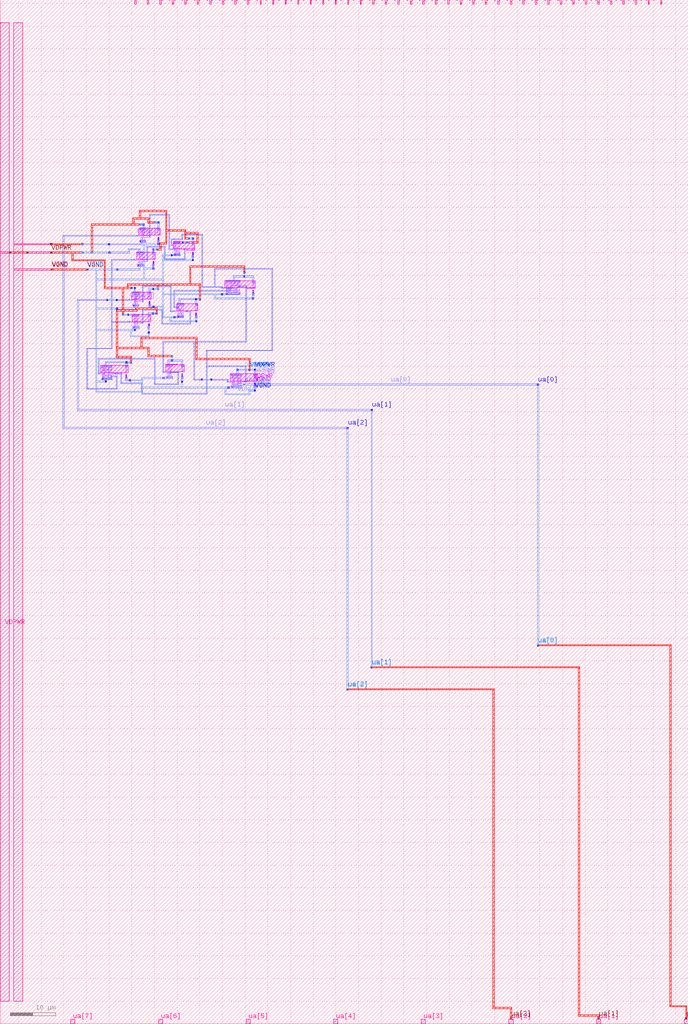
<source format=lef>
VERSION 5.7 ;
  NOWIREEXTENSIONATPIN ON ;
  DIVIDERCHAR "/" ;
  BUSBITCHARS "[]" ;
MACRO tt_um_test_3
  CLASS BLOCK ;
  FOREIGN tt_um_test_3 ;
  ORIGIN -1.000 0.000 ;
  SIZE 151.710 BY 225.760 ;
  PIN clk
    DIRECTION INPUT ;
    PORT
      LAYER met4 ;
        RECT 143.830 224.760 144.130 225.760 ;
    END
  END clk
  PIN ena
    DIRECTION INPUT ;
    PORT
      LAYER met4 ;
        RECT 146.590 224.760 146.890 225.760 ;
    END
  END ena
  PIN rst_n
    DIRECTION INPUT ;
    PORT
      LAYER met4 ;
        RECT 141.070 224.760 141.370 225.760 ;
    END
  END rst_n
  PIN ua[0]
    DIRECTION INOUT ;
    ANTENNADIFFAREA 0.445500 ;
    PORT
      LAYER li1 ;
        RECT 53.520 142.525 54.115 142.865 ;
        RECT 53.520 141.205 53.695 142.525 ;
        RECT 53.520 141.100 54.115 141.205 ;
        RECT 53.520 140.800 54.900 141.100 ;
        RECT 53.520 140.655 54.115 140.800 ;
      LAYER mcon ;
        RECT 54.630 140.830 54.870 141.070 ;
      LAYER met1 ;
        RECT 54.570 140.800 119.730 141.100 ;
      LAYER via ;
        RECT 119.400 140.800 119.700 141.100 ;
      LAYER met2 ;
        RECT 119.400 83.300 119.700 141.130 ;
        RECT 119.410 83.265 119.690 83.300 ;
      LAYER via2 ;
        RECT 119.410 83.310 119.690 83.590 ;
      LAYER met3 ;
        RECT 119.385 83.600 119.715 83.615 ;
        RECT 119.385 83.300 148.900 83.600 ;
        RECT 119.385 83.285 119.715 83.300 ;
        RECT 148.600 4.000 148.900 83.300 ;
        RECT 148.600 3.700 152.400 4.000 ;
        RECT 152.100 1.340 152.400 3.700 ;
        RECT 152.090 0.960 152.410 1.340 ;
      LAYER via3 ;
        RECT 152.090 0.990 152.410 1.310 ;
      LAYER met4 ;
        RECT 152.085 1.000 152.415 1.315 ;
        RECT 151.810 0.000 152.710 1.000 ;
    END
  END ua[0]
  PIN ua[1]
    DIRECTION INOUT ;
    ANTENNAGATEAREA 0.247500 ;
    PORT
      LAYER li1 ;
        RECT 30.520 159.700 30.850 159.715 ;
        RECT 29.350 159.500 30.850 159.700 ;
        RECT 30.520 159.475 30.850 159.500 ;
      LAYER mcon ;
        RECT 29.365 159.515 29.535 159.685 ;
      LAYER met1 ;
        RECT 24.470 159.700 24.730 159.760 ;
        RECT 17.950 159.500 24.730 159.700 ;
        RECT 17.950 135.500 18.250 159.500 ;
        RECT 24.470 159.440 24.730 159.500 ;
        RECT 26.570 159.700 26.830 159.760 ;
        RECT 29.305 159.700 29.595 159.715 ;
        RECT 26.570 159.500 29.595 159.700 ;
        RECT 26.570 159.440 26.830 159.500 ;
        RECT 29.305 159.485 29.595 159.500 ;
        RECT 17.950 135.200 83.080 135.500 ;
      LAYER via ;
        RECT 24.470 159.470 24.730 159.730 ;
        RECT 26.570 159.470 26.830 159.730 ;
        RECT 82.750 135.200 83.050 135.500 ;
      LAYER met2 ;
        RECT 24.440 159.700 24.760 159.730 ;
        RECT 26.540 159.700 26.860 159.730 ;
        RECT 24.440 159.500 26.860 159.700 ;
        RECT 24.440 159.470 24.760 159.500 ;
        RECT 26.540 159.470 26.860 159.500 ;
        RECT 82.750 78.450 83.050 135.530 ;
        RECT 82.760 78.415 83.040 78.450 ;
      LAYER via2 ;
        RECT 82.760 78.460 83.040 78.740 ;
      LAYER met3 ;
        RECT 82.735 78.750 83.065 78.765 ;
        RECT 82.735 78.450 128.750 78.750 ;
        RECT 82.735 78.435 83.065 78.450 ;
        RECT 128.450 1.950 128.750 78.450 ;
        RECT 128.450 1.650 133.100 1.950 ;
        RECT 132.800 1.340 133.100 1.650 ;
        RECT 132.790 0.960 133.110 1.340 ;
      LAYER via3 ;
        RECT 132.790 0.990 133.110 1.310 ;
      LAYER met4 ;
        RECT 132.785 1.000 133.115 1.315 ;
        RECT 132.490 0.000 133.390 1.000 ;
    END
  END ua[1]
  PIN ua[2]
    DIRECTION INOUT ;
    ANTENNAGATEAREA 0.247500 ;
    PORT
      LAYER li1 ;
        RECT 32.020 173.850 32.350 173.865 ;
        RECT 31.000 173.650 32.350 173.850 ;
        RECT 32.020 173.625 32.350 173.650 ;
      LAYER mcon ;
        RECT 31.015 173.665 31.185 173.835 ;
      LAYER met1 ;
        RECT 30.955 173.850 31.245 173.865 ;
        RECT 14.750 173.650 31.245 173.850 ;
        RECT 14.750 131.550 15.050 173.650 ;
        RECT 30.955 173.635 31.245 173.650 ;
        RECT 14.750 131.250 77.780 131.550 ;
      LAYER via ;
        RECT 77.450 131.250 77.750 131.550 ;
      LAYER met2 ;
        RECT 77.450 73.600 77.750 131.580 ;
        RECT 77.460 73.565 77.740 73.600 ;
      LAYER via2 ;
        RECT 77.460 73.610 77.740 73.890 ;
      LAYER met3 ;
        RECT 77.435 73.900 77.765 73.915 ;
        RECT 77.435 73.600 109.900 73.900 ;
        RECT 77.435 73.585 77.765 73.600 ;
        RECT 109.600 3.600 109.900 73.600 ;
        RECT 109.600 3.300 113.750 3.600 ;
        RECT 113.450 1.340 113.750 3.300 ;
        RECT 113.440 0.960 113.760 1.340 ;
      LAYER via3 ;
        RECT 113.440 0.990 113.760 1.310 ;
      LAYER met4 ;
        RECT 113.435 1.000 113.765 1.315 ;
        RECT 113.170 0.000 114.070 1.000 ;
    END
  END ua[2]
  PIN ua[3]
    DIRECTION INOUT ;
    PORT
      LAYER met4 ;
        RECT 93.850 0.000 94.750 1.000 ;
    END
  END ua[3]
  PIN ua[4]
    DIRECTION INOUT ;
    PORT
      LAYER met4 ;
        RECT 74.530 0.000 75.430 1.000 ;
    END
  END ua[4]
  PIN ua[5]
    DIRECTION INOUT ;
    PORT
      LAYER met4 ;
        RECT 55.210 0.000 56.110 1.000 ;
    END
  END ua[5]
  PIN ua[6]
    DIRECTION INOUT ;
    PORT
      LAYER met4 ;
        RECT 35.890 0.000 36.790 1.000 ;
    END
  END ua[6]
  PIN ua[7]
    DIRECTION INOUT ;
    PORT
      LAYER met4 ;
        RECT 16.570 0.000 17.470 1.000 ;
    END
  END ua[7]
  PIN ui_in[0]
    DIRECTION INPUT ;
    PORT
      LAYER met4 ;
        RECT 138.310 224.760 138.610 225.760 ;
    END
  END ui_in[0]
  PIN ui_in[1]
    DIRECTION INPUT ;
    PORT
      LAYER met4 ;
        RECT 135.550 224.760 135.850 225.760 ;
    END
  END ui_in[1]
  PIN ui_in[2]
    DIRECTION INPUT ;
    PORT
      LAYER met4 ;
        RECT 132.790 224.760 133.090 225.760 ;
    END
  END ui_in[2]
  PIN ui_in[3]
    DIRECTION INPUT ;
    PORT
      LAYER met4 ;
        RECT 130.030 224.760 130.330 225.760 ;
    END
  END ui_in[3]
  PIN ui_in[4]
    DIRECTION INPUT ;
    PORT
      LAYER met4 ;
        RECT 127.270 224.760 127.570 225.760 ;
    END
  END ui_in[4]
  PIN ui_in[5]
    DIRECTION INPUT ;
    PORT
      LAYER met4 ;
        RECT 124.510 224.760 124.810 225.760 ;
    END
  END ui_in[5]
  PIN ui_in[6]
    DIRECTION INPUT ;
    PORT
      LAYER met4 ;
        RECT 121.750 224.760 122.050 225.760 ;
    END
  END ui_in[6]
  PIN ui_in[7]
    DIRECTION INPUT ;
    PORT
      LAYER met4 ;
        RECT 118.990 224.760 119.290 225.760 ;
    END
  END ui_in[7]
  PIN uio_in[0]
    DIRECTION INPUT ;
    PORT
      LAYER met4 ;
        RECT 116.230 224.760 116.530 225.760 ;
    END
  END uio_in[0]
  PIN uio_in[1]
    DIRECTION INPUT ;
    PORT
      LAYER met4 ;
        RECT 113.470 224.760 113.770 225.760 ;
    END
  END uio_in[1]
  PIN uio_in[2]
    DIRECTION INPUT ;
    PORT
      LAYER met4 ;
        RECT 110.710 224.760 111.010 225.760 ;
    END
  END uio_in[2]
  PIN uio_in[3]
    DIRECTION INPUT ;
    PORT
      LAYER met4 ;
        RECT 107.950 224.760 108.250 225.760 ;
    END
  END uio_in[3]
  PIN uio_in[4]
    DIRECTION INPUT ;
    PORT
      LAYER met4 ;
        RECT 105.190 224.760 105.490 225.760 ;
    END
  END uio_in[4]
  PIN uio_in[5]
    DIRECTION INPUT ;
    PORT
      LAYER met4 ;
        RECT 102.430 224.760 102.730 225.760 ;
    END
  END uio_in[5]
  PIN uio_in[6]
    DIRECTION INPUT ;
    PORT
      LAYER met4 ;
        RECT 99.670 224.760 99.970 225.760 ;
    END
  END uio_in[6]
  PIN uio_in[7]
    DIRECTION INPUT ;
    PORT
      LAYER met4 ;
        RECT 96.910 224.760 97.210 225.760 ;
    END
  END uio_in[7]
  PIN uio_oe[0]
    DIRECTION OUTPUT TRISTATE ;
    PORT
      LAYER met4 ;
        RECT 49.990 224.760 50.290 225.760 ;
    END
  END uio_oe[0]
  PIN uio_oe[1]
    DIRECTION OUTPUT TRISTATE ;
    PORT
      LAYER met4 ;
        RECT 47.230 224.760 47.530 225.760 ;
    END
  END uio_oe[1]
  PIN uio_oe[2]
    DIRECTION OUTPUT TRISTATE ;
    PORT
      LAYER met4 ;
        RECT 44.470 224.760 44.770 225.760 ;
    END
  END uio_oe[2]
  PIN uio_oe[3]
    DIRECTION OUTPUT TRISTATE ;
    PORT
      LAYER met4 ;
        RECT 41.710 224.760 42.010 225.760 ;
    END
  END uio_oe[3]
  PIN uio_oe[4]
    DIRECTION OUTPUT TRISTATE ;
    PORT
      LAYER met4 ;
        RECT 38.950 224.760 39.250 225.760 ;
    END
  END uio_oe[4]
  PIN uio_oe[5]
    DIRECTION OUTPUT TRISTATE ;
    PORT
      LAYER met4 ;
        RECT 36.190 224.760 36.490 225.760 ;
    END
  END uio_oe[5]
  PIN uio_oe[6]
    DIRECTION OUTPUT TRISTATE ;
    PORT
      LAYER met4 ;
        RECT 33.430 224.760 33.730 225.760 ;
    END
  END uio_oe[6]
  PIN uio_oe[7]
    DIRECTION OUTPUT TRISTATE ;
    PORT
      LAYER met4 ;
        RECT 30.670 224.760 30.970 225.760 ;
    END
  END uio_oe[7]
  PIN uio_out[0]
    DIRECTION OUTPUT TRISTATE ;
    PORT
      LAYER met4 ;
        RECT 72.070 224.760 72.370 225.760 ;
    END
  END uio_out[0]
  PIN uio_out[1]
    DIRECTION OUTPUT TRISTATE ;
    PORT
      LAYER met4 ;
        RECT 69.310 224.760 69.610 225.760 ;
    END
  END uio_out[1]
  PIN uio_out[2]
    DIRECTION OUTPUT TRISTATE ;
    PORT
      LAYER met4 ;
        RECT 66.550 224.760 66.850 225.760 ;
    END
  END uio_out[2]
  PIN uio_out[3]
    DIRECTION OUTPUT TRISTATE ;
    PORT
      LAYER met4 ;
        RECT 63.790 224.760 64.090 225.760 ;
    END
  END uio_out[3]
  PIN uio_out[4]
    DIRECTION OUTPUT TRISTATE ;
    PORT
      LAYER met4 ;
        RECT 61.030 224.760 61.330 225.760 ;
    END
  END uio_out[4]
  PIN uio_out[5]
    DIRECTION OUTPUT TRISTATE ;
    PORT
      LAYER met4 ;
        RECT 58.270 224.760 58.570 225.760 ;
    END
  END uio_out[5]
  PIN uio_out[6]
    DIRECTION OUTPUT TRISTATE ;
    PORT
      LAYER met4 ;
        RECT 55.510 224.760 55.810 225.760 ;
    END
  END uio_out[6]
  PIN uio_out[7]
    DIRECTION OUTPUT TRISTATE ;
    PORT
      LAYER met4 ;
        RECT 52.750 224.760 53.050 225.760 ;
    END
  END uio_out[7]
  PIN uo_out[0]
    DIRECTION OUTPUT TRISTATE ;
    PORT
      LAYER met4 ;
        RECT 94.150 224.760 94.450 225.760 ;
    END
  END uo_out[0]
  PIN uo_out[1]
    DIRECTION OUTPUT TRISTATE ;
    PORT
      LAYER met4 ;
        RECT 91.390 224.760 91.690 225.760 ;
    END
  END uo_out[1]
  PIN uo_out[2]
    DIRECTION OUTPUT TRISTATE ;
    PORT
      LAYER met4 ;
        RECT 88.630 224.760 88.930 225.760 ;
    END
  END uo_out[2]
  PIN uo_out[3]
    DIRECTION OUTPUT TRISTATE ;
    PORT
      LAYER met4 ;
        RECT 85.870 224.760 86.170 225.760 ;
    END
  END uo_out[3]
  PIN uo_out[4]
    DIRECTION OUTPUT TRISTATE ;
    PORT
      LAYER met4 ;
        RECT 83.110 224.760 83.410 225.760 ;
    END
  END uo_out[4]
  PIN uo_out[5]
    DIRECTION OUTPUT TRISTATE ;
    PORT
      LAYER met4 ;
        RECT 80.350 224.760 80.650 225.760 ;
    END
  END uo_out[5]
  PIN uo_out[6]
    DIRECTION OUTPUT TRISTATE ;
    PORT
      LAYER met4 ;
        RECT 77.590 224.760 77.890 225.760 ;
    END
  END uo_out[6]
  PIN uo_out[7]
    DIRECTION OUTPUT TRISTATE ;
    PORT
      LAYER met4 ;
        RECT 74.830 224.760 75.130 225.760 ;
    END
  END uo_out[7]
  PIN VDPWR
    DIRECTION INOUT ;
    USE POWER ;
    PORT
      LAYER nwell ;
        RECT 31.510 175.450 34.550 175.460 ;
        RECT 31.510 173.855 36.290 175.450 ;
        RECT 34.530 173.845 36.290 173.855 ;
        RECT 39.110 172.160 42.150 172.460 ;
        RECT 39.110 170.855 43.900 172.160 ;
        RECT 42.130 170.555 43.900 170.855 ;
        RECT 31.060 170.150 33.650 170.160 ;
        RECT 31.060 168.555 35.190 170.150 ;
        RECT 33.630 168.545 35.190 168.555 ;
        RECT 50.500 163.800 55.400 163.850 ;
        RECT 50.500 162.245 57.190 163.800 ;
        RECT 55.330 162.195 57.190 162.245 ;
        RECT 32.630 161.310 34.340 161.350 ;
        RECT 30.010 159.745 34.340 161.310 ;
        RECT 30.010 159.705 32.750 159.745 ;
        RECT 39.860 158.800 42.900 158.810 ;
        RECT 39.860 157.205 44.590 158.800 ;
        RECT 42.880 157.195 44.590 157.205 ;
        RECT 30.050 154.845 34.190 156.450 ;
        RECT 37.450 145.350 40.050 145.400 ;
        RECT 27.530 145.160 29.190 145.200 ;
        RECT 23.160 143.595 29.190 145.160 ;
        RECT 37.450 143.795 41.540 145.350 ;
        RECT 39.880 143.745 41.540 143.795 ;
        RECT 23.160 143.555 27.550 143.595 ;
        RECT 51.710 143.300 55.800 143.310 ;
        RECT 51.710 141.705 57.540 143.300 ;
        RECT 55.780 141.695 57.540 141.705 ;
      LAYER li1 ;
        RECT 31.700 175.185 33.080 175.355 ;
        RECT 32.040 174.045 32.250 175.185 ;
        RECT 35.640 175.175 36.100 175.345 ;
        RECT 35.725 174.010 36.015 175.175 ;
        RECT 39.300 172.185 40.680 172.355 ;
        RECT 40.255 171.045 40.585 172.185 ;
        RECT 43.250 171.885 43.710 172.055 ;
        RECT 43.335 170.720 43.625 171.885 ;
        RECT 31.250 169.885 32.630 170.055 ;
        RECT 31.590 168.745 31.800 169.885 ;
        RECT 34.540 169.875 35.000 170.045 ;
        RECT 34.625 168.710 34.915 169.875 ;
        RECT 50.690 163.575 53.910 163.745 ;
        RECT 51.745 162.725 51.915 163.575 ;
        RECT 52.585 163.065 52.755 163.575 ;
        RECT 56.540 163.525 57.000 163.695 ;
        RECT 56.625 162.360 56.915 163.525 ;
        RECT 30.200 161.035 31.580 161.205 ;
        RECT 33.690 161.075 34.150 161.245 ;
        RECT 30.540 159.895 30.750 161.035 ;
        RECT 33.775 159.910 34.065 161.075 ;
        RECT 40.050 158.535 41.430 158.705 ;
        RECT 41.005 157.395 41.335 158.535 ;
        RECT 43.940 158.525 44.400 158.695 ;
        RECT 44.025 157.360 44.315 158.525 ;
        RECT 30.240 156.175 31.620 156.345 ;
        RECT 33.540 156.175 34.000 156.345 ;
        RECT 30.580 155.035 30.790 156.175 ;
        RECT 33.625 155.010 33.915 156.175 ;
        RECT 37.640 145.125 39.020 145.295 ;
        RECT 23.350 144.885 25.650 145.055 ;
        RECT 28.540 144.925 29.000 145.095 ;
        RECT 23.865 144.485 24.800 144.885 ;
        RECT 28.625 143.760 28.915 144.925 ;
        RECT 37.980 143.985 38.190 145.125 ;
        RECT 40.890 145.075 41.350 145.245 ;
        RECT 40.975 143.910 41.265 145.075 ;
        RECT 51.900 143.035 54.200 143.205 ;
        RECT 52.415 142.635 53.350 143.035 ;
        RECT 56.890 143.025 57.350 143.195 ;
        RECT 56.975 141.860 57.265 143.025 ;
      LAYER mcon ;
        RECT 31.845 175.185 32.015 175.355 ;
        RECT 32.305 175.185 32.475 175.355 ;
        RECT 32.765 175.185 32.935 175.355 ;
        RECT 35.785 175.175 35.955 175.345 ;
        RECT 39.445 172.185 39.615 172.355 ;
        RECT 39.905 172.185 40.075 172.355 ;
        RECT 40.365 172.185 40.535 172.355 ;
        RECT 43.395 171.885 43.565 172.055 ;
        RECT 31.395 169.885 31.565 170.055 ;
        RECT 31.855 169.885 32.025 170.055 ;
        RECT 32.315 169.885 32.485 170.055 ;
        RECT 34.685 169.875 34.855 170.045 ;
        RECT 50.835 163.575 51.005 163.745 ;
        RECT 51.295 163.575 51.465 163.745 ;
        RECT 51.755 163.575 51.925 163.745 ;
        RECT 52.215 163.575 52.385 163.745 ;
        RECT 52.675 163.575 52.845 163.745 ;
        RECT 53.135 163.575 53.305 163.745 ;
        RECT 53.595 163.575 53.765 163.745 ;
        RECT 56.685 163.525 56.855 163.695 ;
        RECT 30.345 161.035 30.515 161.205 ;
        RECT 30.805 161.035 30.975 161.205 ;
        RECT 31.265 161.035 31.435 161.205 ;
        RECT 33.835 161.075 34.005 161.245 ;
        RECT 40.195 158.535 40.365 158.705 ;
        RECT 40.655 158.535 40.825 158.705 ;
        RECT 41.115 158.535 41.285 158.705 ;
        RECT 44.085 158.525 44.255 158.695 ;
        RECT 30.385 156.175 30.555 156.345 ;
        RECT 30.845 156.175 31.015 156.345 ;
        RECT 31.305 156.175 31.475 156.345 ;
        RECT 33.685 156.175 33.855 156.345 ;
        RECT 37.785 145.125 37.955 145.295 ;
        RECT 38.245 145.125 38.415 145.295 ;
        RECT 38.705 145.125 38.875 145.295 ;
        RECT 23.495 144.885 23.665 145.055 ;
        RECT 23.955 144.885 24.125 145.055 ;
        RECT 24.415 144.885 24.585 145.055 ;
        RECT 24.875 144.885 25.045 145.055 ;
        RECT 25.335 144.885 25.505 145.055 ;
        RECT 28.685 144.925 28.855 145.095 ;
        RECT 41.035 145.075 41.205 145.245 ;
        RECT 52.045 143.035 52.215 143.205 ;
        RECT 52.505 143.035 52.675 143.205 ;
        RECT 52.965 143.035 53.135 143.205 ;
        RECT 53.425 143.035 53.595 143.205 ;
        RECT 53.885 143.035 54.055 143.205 ;
        RECT 57.035 143.025 57.205 143.195 ;
      LAYER met1 ;
        RECT 32.460 176.395 32.750 176.430 ;
        RECT 32.460 176.070 32.765 176.395 ;
        RECT 32.475 175.510 32.765 176.070 ;
        RECT 31.700 175.030 33.080 175.510 ;
        RECT 35.700 175.500 36.000 176.880 ;
        RECT 35.640 175.020 36.100 175.500 ;
        RECT 43.350 173.300 43.650 173.330 ;
        RECT 43.345 172.970 43.650 173.300 ;
        RECT 39.300 172.400 40.680 172.510 ;
        RECT 41.100 172.400 41.400 172.430 ;
        RECT 39.300 172.100 41.400 172.400 ;
        RECT 43.345 172.210 43.645 172.970 ;
        RECT 39.300 172.030 40.680 172.100 ;
        RECT 41.100 172.070 41.400 172.100 ;
        RECT 43.250 171.730 43.710 172.210 ;
        RECT 29.205 170.655 31.855 170.945 ;
        RECT 24.910 170.195 25.200 170.230 ;
        RECT 29.205 170.195 29.495 170.655 ;
        RECT 31.565 170.210 31.855 170.655 ;
        RECT 24.905 169.905 29.495 170.195 ;
        RECT 24.910 169.870 25.200 169.905 ;
        RECT 31.250 169.730 32.630 170.210 ;
        RECT 34.600 170.200 34.895 170.880 ;
        RECT 34.540 169.720 35.000 170.200 ;
        RECT 55.750 164.895 56.900 164.900 ;
        RECT 52.385 164.605 56.900 164.895 ;
        RECT 52.385 163.900 52.675 164.605 ;
        RECT 54.620 164.600 54.980 164.605 ;
        RECT 55.750 164.595 56.900 164.605 ;
        RECT 50.690 163.420 53.910 163.900 ;
        RECT 56.595 163.850 56.900 164.595 ;
        RECT 56.540 163.370 57.000 163.850 ;
        RECT 30.510 162.345 30.800 162.380 ;
        RECT 30.510 162.020 30.805 162.345 ;
        RECT 34.600 162.145 34.895 162.180 ;
        RECT 30.515 161.360 30.805 162.020 ;
        RECT 33.750 161.850 34.895 162.145 ;
        RECT 33.750 161.400 34.045 161.850 ;
        RECT 34.600 161.820 34.895 161.850 ;
        RECT 30.200 160.880 31.580 161.360 ;
        RECT 33.690 160.920 34.150 161.400 ;
        RECT 44.000 159.900 44.300 159.930 ;
        RECT 40.500 159.895 44.300 159.900 ;
        RECT 40.365 159.600 44.300 159.895 ;
        RECT 40.365 158.860 40.655 159.600 ;
        RECT 40.050 158.380 41.430 158.860 ;
        RECT 44.000 158.850 44.300 159.600 ;
        RECT 43.940 158.370 44.400 158.850 ;
        RECT 34.500 156.800 34.800 156.830 ;
        RECT 29.060 156.500 29.350 156.530 ;
        RECT 33.650 156.500 34.800 156.800 ;
        RECT 29.055 156.210 31.620 156.500 ;
        RECT 29.060 156.170 29.350 156.210 ;
        RECT 30.240 156.020 31.620 156.210 ;
        RECT 33.540 156.020 34.000 156.500 ;
        RECT 34.500 156.470 34.800 156.500 ;
        RECT 38.720 146.400 39.085 146.405 ;
        RECT 38.000 146.395 41.250 146.400 ;
        RECT 37.955 146.095 41.250 146.395 ;
        RECT 28.650 146.000 28.955 146.035 ;
        RECT 28.645 145.995 28.955 146.000 ;
        RECT 24.125 145.705 28.955 145.995 ;
        RECT 24.125 145.210 24.415 145.705 ;
        RECT 28.645 145.670 28.955 145.705 ;
        RECT 28.645 145.250 28.950 145.670 ;
        RECT 37.955 145.450 38.245 146.095 ;
        RECT 23.350 144.730 25.650 145.210 ;
        RECT 28.540 144.770 29.000 145.250 ;
        RECT 37.640 144.970 39.020 145.450 ;
        RECT 40.945 145.400 41.250 146.095 ;
        RECT 40.890 144.920 41.350 145.400 ;
        RECT 53.150 144.345 53.440 144.380 ;
        RECT 53.135 144.020 53.440 144.345 ;
        RECT 53.135 143.360 53.425 144.020 ;
        RECT 51.900 142.880 54.200 143.360 ;
        RECT 56.950 143.350 57.250 144.380 ;
        RECT 56.890 142.870 57.350 143.350 ;
      LAYER via ;
        RECT 35.700 176.550 36.000 176.850 ;
        RECT 32.460 176.100 32.750 176.400 ;
        RECT 43.350 173.000 43.650 173.300 ;
        RECT 41.100 172.100 41.400 172.400 ;
        RECT 24.910 169.900 25.200 170.200 ;
        RECT 34.600 170.550 34.895 170.850 ;
        RECT 54.650 164.600 54.950 164.890 ;
        RECT 30.510 162.050 30.800 162.350 ;
        RECT 34.600 161.850 34.895 162.150 ;
        RECT 44.000 159.600 44.300 159.900 ;
        RECT 34.500 156.500 34.800 156.800 ;
        RECT 29.060 156.200 29.350 156.500 ;
        RECT 38.750 146.100 39.055 146.405 ;
        RECT 28.650 145.700 28.955 146.005 ;
        RECT 53.150 144.050 53.440 144.350 ;
        RECT 56.950 144.050 57.250 144.350 ;
      LAYER met2 ;
        RECT 35.060 176.850 35.340 176.885 ;
        RECT 35.050 176.550 36.030 176.850 ;
        RECT 35.060 176.515 35.340 176.550 ;
        RECT 31.760 176.400 32.040 176.435 ;
        RECT 31.750 176.100 32.780 176.400 ;
        RECT 31.760 176.065 32.040 176.100 ;
        RECT 42.510 173.300 42.790 173.335 ;
        RECT 42.500 173.000 43.680 173.300 ;
        RECT 42.510 172.965 42.790 173.000 ;
        RECT 42.010 172.400 42.290 172.435 ;
        RECT 41.070 172.100 42.290 172.400 ;
        RECT 42.010 172.065 42.290 172.100 ;
        RECT 35.560 170.850 35.840 170.885 ;
        RECT 34.570 170.550 35.850 170.850 ;
        RECT 35.560 170.515 35.840 170.550 ;
        RECT 18.960 170.200 19.240 170.235 ;
        RECT 18.950 169.900 25.230 170.200 ;
        RECT 18.960 169.865 19.240 169.900 ;
        RECT 54.650 165.790 54.950 165.800 ;
        RECT 54.615 165.510 54.985 165.790 ;
        RECT 54.650 164.570 54.950 165.510 ;
        RECT 29.760 162.350 30.040 162.385 ;
        RECT 29.750 162.050 30.830 162.350 ;
        RECT 34.570 162.140 35.950 162.150 ;
        RECT 29.760 162.015 30.040 162.050 ;
        RECT 34.570 161.860 35.985 162.140 ;
        RECT 34.570 161.850 35.950 161.860 ;
        RECT 43.970 159.890 45.200 159.900 ;
        RECT 43.970 159.610 45.235 159.890 ;
        RECT 43.970 159.600 45.200 159.610 ;
        RECT 34.470 156.790 35.650 156.800 ;
        RECT 34.470 156.510 35.685 156.790 ;
        RECT 34.470 156.500 35.650 156.510 ;
        RECT 27.900 156.490 29.380 156.500 ;
        RECT 27.865 156.210 29.380 156.490 ;
        RECT 27.900 156.200 29.380 156.210 ;
        RECT 38.760 147.400 39.040 147.435 ;
        RECT 38.750 146.435 39.050 147.400 ;
        RECT 38.750 146.070 39.055 146.435 ;
        RECT 28.620 146.000 28.985 146.005 ;
        RECT 28.620 145.990 30.000 146.000 ;
        RECT 28.620 145.710 30.035 145.990 ;
        RECT 28.620 145.700 30.000 145.710 ;
        RECT 53.120 144.050 57.280 144.350 ;
      LAYER via2 ;
        RECT 35.060 176.560 35.340 176.840 ;
        RECT 31.760 176.110 32.040 176.390 ;
        RECT 42.510 173.010 42.790 173.290 ;
        RECT 42.010 172.110 42.290 172.390 ;
        RECT 35.560 170.560 35.840 170.840 ;
        RECT 18.960 169.910 19.240 170.190 ;
        RECT 21.060 169.910 21.340 170.190 ;
        RECT 54.660 165.510 54.940 165.790 ;
        RECT 29.760 162.060 30.040 162.340 ;
        RECT 35.660 161.860 35.940 162.140 ;
        RECT 44.910 159.610 45.190 159.890 ;
        RECT 35.360 156.510 35.640 156.790 ;
        RECT 27.910 156.210 28.190 156.490 ;
        RECT 38.760 147.110 39.040 147.390 ;
        RECT 29.710 145.710 29.990 145.990 ;
        RECT 55.860 144.060 56.140 144.340 ;
      LAYER met3 ;
        RECT 31.650 179.100 37.750 179.400 ;
        RECT 31.650 177.750 31.950 179.100 ;
        RECT 30.250 177.450 33.850 177.750 ;
        RECT 30.250 176.400 30.550 177.450 ;
        RECT 33.550 176.850 33.850 177.450 ;
        RECT 35.035 176.850 35.365 176.865 ;
        RECT 33.550 176.550 35.365 176.850 ;
        RECT 35.035 176.535 35.365 176.550 ;
        RECT 31.735 176.400 32.065 176.415 ;
        RECT 21.050 176.100 32.065 176.400 ;
        RECT 2.960 170.200 3.340 170.210 ;
        RECT 6.810 170.200 7.190 170.210 ;
        RECT 2.960 169.900 7.190 170.200 ;
        RECT 2.960 169.890 3.340 169.900 ;
        RECT 6.810 169.890 7.190 169.900 ;
        RECT 12.090 170.200 12.410 170.240 ;
        RECT 21.050 170.215 21.350 176.100 ;
        RECT 31.735 176.085 32.065 176.100 ;
        RECT 37.450 175.050 37.750 179.100 ;
        RECT 37.450 174.750 41.950 175.050 ;
        RECT 37.450 172.200 37.750 174.750 ;
        RECT 41.650 174.500 41.950 174.750 ;
        RECT 41.650 174.200 44.600 174.500 ;
        RECT 41.650 173.300 41.950 174.200 ;
        RECT 42.485 173.300 42.815 173.315 ;
        RECT 41.650 173.000 42.815 173.300 ;
        RECT 42.485 172.985 42.815 173.000 ;
        RECT 36.200 171.900 37.750 172.200 ;
        RECT 41.985 172.400 42.315 172.415 ;
        RECT 44.300 172.400 44.600 174.200 ;
        RECT 41.985 172.100 44.600 172.400 ;
        RECT 41.985 172.085 42.315 172.100 ;
        RECT 35.535 170.850 35.865 170.865 ;
        RECT 36.200 170.850 36.500 171.900 ;
        RECT 35.535 170.550 36.500 170.850 ;
        RECT 35.535 170.535 35.865 170.550 ;
        RECT 18.935 170.200 19.265 170.215 ;
        RECT 12.090 169.900 19.265 170.200 ;
        RECT 12.090 169.860 12.410 169.900 ;
        RECT 16.750 168.500 17.050 169.900 ;
        RECT 18.935 169.885 19.265 169.900 ;
        RECT 21.035 169.885 21.365 170.215 ;
        RECT 16.750 168.200 24.200 168.500 ;
        RECT 23.900 162.350 24.200 168.200 ;
        RECT 42.750 166.850 54.950 167.150 ;
        RECT 42.750 163.200 43.050 166.850 ;
        RECT 54.650 165.815 54.950 166.850 ;
        RECT 54.635 165.485 54.965 165.815 ;
        RECT 28.950 162.900 45.200 163.200 ;
        RECT 28.950 162.350 29.250 162.900 ;
        RECT 29.735 162.350 30.065 162.365 ;
        RECT 23.900 162.050 30.065 162.350 ;
        RECT 35.650 162.165 35.950 162.900 ;
        RECT 27.900 157.400 28.200 162.050 ;
        RECT 29.735 162.035 30.065 162.050 ;
        RECT 35.635 161.835 35.965 162.165 ;
        RECT 44.900 159.915 45.200 162.900 ;
        RECT 44.885 159.585 45.215 159.915 ;
        RECT 30.900 157.550 35.650 157.850 ;
        RECT 30.900 157.400 31.200 157.550 ;
        RECT 26.550 157.100 31.200 157.400 ;
        RECT 26.550 149.150 26.850 157.100 ;
        RECT 27.900 156.515 28.200 157.100 ;
        RECT 35.350 156.815 35.650 157.550 ;
        RECT 27.885 156.185 28.215 156.515 ;
        RECT 35.335 156.485 35.665 156.815 ;
        RECT 31.950 151.100 44.450 151.400 ;
        RECT 31.950 149.150 32.250 151.100 ;
        RECT 26.550 148.850 33.800 149.150 ;
        RECT 26.550 147.200 26.850 148.850 ;
        RECT 33.500 147.400 33.800 148.850 ;
        RECT 38.735 147.400 39.065 147.415 ;
        RECT 26.550 146.900 30.000 147.200 ;
        RECT 33.500 147.100 39.065 147.400 ;
        RECT 38.735 147.085 39.065 147.100 ;
        RECT 29.700 146.015 30.000 146.900 ;
        RECT 44.150 146.750 44.450 151.100 ;
        RECT 44.150 146.450 56.150 146.750 ;
        RECT 29.685 145.685 30.015 146.015 ;
        RECT 55.850 144.365 56.150 146.450 ;
        RECT 55.835 144.035 56.165 144.365 ;
      LAYER via3 ;
        RECT 2.990 169.890 3.310 170.210 ;
        RECT 6.840 169.890 7.160 170.210 ;
        RECT 12.090 169.890 12.410 170.210 ;
      LAYER met4 ;
        RECT 1.000 170.215 3.000 220.760 ;
        RECT 1.000 169.885 3.315 170.215 ;
        RECT 6.835 170.200 7.165 170.215 ;
        RECT 12.085 170.200 12.415 170.215 ;
        RECT 6.835 169.900 12.415 170.200 ;
        RECT 6.835 169.885 7.165 169.900 ;
        RECT 12.085 169.885 12.415 169.900 ;
        RECT 1.000 5.000 3.000 169.885 ;
    END
  END VDPWR
  PIN VGND
    DIRECTION INOUT ;
    USE GROUND ;
    PORT
      LAYER pwell ;
        RECT 35.785 172.860 35.955 173.385 ;
        RECT 43.395 169.570 43.565 170.095 ;
        RECT 34.685 167.560 34.855 168.085 ;
        RECT 56.685 161.210 56.855 161.735 ;
        RECT 33.835 158.760 34.005 159.285 ;
        RECT 44.085 156.210 44.255 156.735 ;
        RECT 33.685 153.860 33.855 154.385 ;
        RECT 28.685 142.610 28.855 143.135 ;
        RECT 41.035 142.760 41.205 143.285 ;
        RECT 57.035 140.710 57.205 141.235 ;
      LAYER li1 ;
        RECT 32.020 172.635 32.250 173.455 ;
        RECT 31.700 172.465 33.080 172.635 ;
        RECT 35.725 172.625 36.015 173.350 ;
        RECT 35.640 172.455 36.100 172.625 ;
        RECT 39.405 169.635 39.645 170.445 ;
        RECT 40.315 169.635 40.585 170.445 ;
        RECT 39.300 169.465 40.680 169.635 ;
        RECT 43.335 169.335 43.625 170.060 ;
        RECT 43.250 169.165 43.710 169.335 ;
        RECT 31.570 167.335 31.800 168.155 ;
        RECT 31.250 167.165 32.630 167.335 ;
        RECT 34.625 167.325 34.915 168.050 ;
        RECT 34.540 167.155 35.000 167.325 ;
        RECT 50.825 161.025 51.155 161.415 ;
        RECT 51.665 161.025 51.995 161.415 ;
        RECT 53.535 161.025 53.825 161.860 ;
        RECT 50.690 160.855 53.910 161.025 ;
        RECT 56.625 160.975 56.915 161.700 ;
        RECT 56.540 160.805 57.000 160.975 ;
        RECT 30.520 158.485 30.750 159.305 ;
        RECT 33.775 158.525 34.065 159.250 ;
        RECT 30.200 158.315 31.580 158.485 ;
        RECT 33.690 158.355 34.150 158.525 ;
        RECT 40.155 155.985 40.395 156.795 ;
        RECT 41.065 155.985 41.335 156.795 ;
        RECT 40.050 155.815 41.430 155.985 ;
        RECT 44.025 155.975 44.315 156.700 ;
        RECT 43.940 155.805 44.400 155.975 ;
        RECT 30.560 153.625 30.790 154.445 ;
        RECT 33.625 153.625 33.915 154.350 ;
        RECT 30.240 153.455 31.620 153.625 ;
        RECT 33.540 153.455 34.000 153.625 ;
        RECT 23.865 142.335 24.800 142.735 ;
        RECT 28.625 142.375 28.915 143.100 ;
        RECT 37.960 142.575 38.190 143.395 ;
        RECT 37.640 142.405 39.020 142.575 ;
        RECT 40.975 142.525 41.265 143.250 ;
        RECT 23.350 142.165 25.650 142.335 ;
        RECT 28.540 142.205 29.000 142.375 ;
        RECT 40.890 142.355 41.350 142.525 ;
        RECT 52.415 140.485 53.350 140.885 ;
        RECT 51.900 140.315 54.200 140.485 ;
        RECT 56.975 140.475 57.265 141.200 ;
        RECT 56.890 140.305 57.350 140.475 ;
      LAYER mcon ;
        RECT 31.845 172.465 32.015 172.635 ;
        RECT 32.305 172.465 32.475 172.635 ;
        RECT 32.765 172.465 32.935 172.635 ;
        RECT 35.785 172.455 35.955 172.625 ;
        RECT 39.445 169.465 39.615 169.635 ;
        RECT 39.905 169.465 40.075 169.635 ;
        RECT 40.365 169.465 40.535 169.635 ;
        RECT 43.395 169.165 43.565 169.335 ;
        RECT 31.395 167.165 31.565 167.335 ;
        RECT 31.855 167.165 32.025 167.335 ;
        RECT 32.315 167.165 32.485 167.335 ;
        RECT 34.685 167.155 34.855 167.325 ;
        RECT 50.835 160.855 51.005 161.025 ;
        RECT 51.295 160.855 51.465 161.025 ;
        RECT 51.755 160.855 51.925 161.025 ;
        RECT 52.215 160.855 52.385 161.025 ;
        RECT 52.675 160.855 52.845 161.025 ;
        RECT 53.135 160.855 53.305 161.025 ;
        RECT 53.595 160.855 53.765 161.025 ;
        RECT 56.685 160.805 56.855 160.975 ;
        RECT 30.345 158.315 30.515 158.485 ;
        RECT 30.805 158.315 30.975 158.485 ;
        RECT 31.265 158.315 31.435 158.485 ;
        RECT 33.835 158.355 34.005 158.525 ;
        RECT 40.195 155.815 40.365 155.985 ;
        RECT 40.655 155.815 40.825 155.985 ;
        RECT 41.115 155.815 41.285 155.985 ;
        RECT 44.085 155.805 44.255 155.975 ;
        RECT 30.385 153.455 30.555 153.625 ;
        RECT 30.845 153.455 31.015 153.625 ;
        RECT 31.305 153.455 31.475 153.625 ;
        RECT 33.685 153.455 33.855 153.625 ;
        RECT 37.785 142.405 37.955 142.575 ;
        RECT 38.245 142.405 38.415 142.575 ;
        RECT 38.705 142.405 38.875 142.575 ;
        RECT 23.495 142.165 23.665 142.335 ;
        RECT 23.955 142.165 24.125 142.335 ;
        RECT 24.415 142.165 24.585 142.335 ;
        RECT 24.875 142.165 25.045 142.335 ;
        RECT 25.335 142.165 25.505 142.335 ;
        RECT 28.685 142.205 28.855 142.375 ;
        RECT 41.035 142.355 41.205 142.525 ;
        RECT 52.045 140.315 52.215 140.485 ;
        RECT 52.505 140.315 52.675 140.485 ;
        RECT 52.965 140.315 53.135 140.485 ;
        RECT 53.425 140.315 53.595 140.485 ;
        RECT 53.885 140.315 54.055 140.485 ;
        RECT 57.035 140.305 57.205 140.475 ;
      LAYER met1 ;
        RECT 31.700 172.310 33.080 172.790 ;
        RECT 24.860 172.045 25.150 172.080 ;
        RECT 32.015 172.045 32.305 172.310 ;
        RECT 35.640 172.300 36.100 172.780 ;
        RECT 24.855 171.755 32.305 172.045 ;
        RECT 35.750 171.770 36.050 172.300 ;
        RECT 24.860 171.720 25.150 171.755 ;
        RECT 38.660 169.600 38.950 169.630 ;
        RECT 39.300 169.600 40.680 169.790 ;
        RECT 38.655 169.310 40.680 169.600 ;
        RECT 38.660 169.270 38.950 169.310 ;
        RECT 43.250 169.010 43.710 169.490 ;
        RECT 43.300 168.270 43.600 169.010 ;
        RECT 31.250 167.010 32.630 167.490 ;
        RECT 26.660 166.495 26.950 166.530 ;
        RECT 31.565 166.495 31.855 167.010 ;
        RECT 34.540 167.000 35.000 167.480 ;
        RECT 26.655 166.205 31.855 166.495 ;
        RECT 34.595 166.680 34.895 167.000 ;
        RECT 34.595 166.350 34.900 166.680 ;
        RECT 34.600 166.320 34.900 166.350 ;
        RECT 26.660 166.170 26.950 166.205 ;
        RECT 49.760 160.990 50.050 161.030 ;
        RECT 50.690 160.990 53.910 161.180 ;
        RECT 49.755 160.700 53.910 160.990 ;
        RECT 49.760 160.670 50.050 160.700 ;
        RECT 56.540 160.650 57.000 161.130 ;
        RECT 56.600 159.720 56.900 160.650 ;
        RECT 30.200 158.160 31.580 158.640 ;
        RECT 33.690 158.250 34.150 158.680 ;
        RECT 34.600 158.250 34.900 158.280 ;
        RECT 33.690 158.200 34.900 158.250 ;
        RECT 26.560 157.845 26.850 157.880 ;
        RECT 30.515 157.845 30.805 158.160 ;
        RECT 33.745 157.950 34.900 158.200 ;
        RECT 34.600 157.920 34.900 157.950 ;
        RECT 26.555 157.555 30.805 157.845 ;
        RECT 26.560 157.520 26.850 157.555 ;
        RECT 39.260 155.950 39.550 155.980 ;
        RECT 40.050 155.950 41.430 156.140 ;
        RECT 39.255 155.660 41.430 155.950 ;
        RECT 39.260 155.620 39.550 155.660 ;
        RECT 43.940 155.650 44.400 156.130 ;
        RECT 44.045 155.085 44.350 155.650 ;
        RECT 44.045 154.750 44.355 155.085 ;
        RECT 44.050 154.720 44.355 154.750 ;
        RECT 30.240 153.300 31.620 153.780 ;
        RECT 33.540 153.300 34.000 153.780 ;
        RECT 30.555 153.130 30.845 153.300 ;
        RECT 30.555 152.805 30.850 153.130 ;
        RECT 30.560 152.770 30.850 152.805 ;
        RECT 33.600 152.600 33.900 153.300 ;
        RECT 33.570 152.300 33.930 152.600 ;
        RECT 36.860 142.540 37.150 142.580 ;
        RECT 37.640 142.540 39.020 142.730 ;
        RECT 23.350 142.010 25.650 142.490 ;
        RECT 28.540 142.050 29.000 142.530 ;
        RECT 36.855 142.250 39.020 142.540 ;
        RECT 36.860 142.220 37.150 142.250 ;
        RECT 40.890 142.200 41.350 142.680 ;
        RECT 29.450 142.050 29.750 142.080 ;
        RECT 24.125 141.780 24.415 142.010 ;
        RECT 24.110 141.455 24.415 141.780 ;
        RECT 28.600 141.750 29.750 142.050 ;
        RECT 40.950 141.950 41.250 142.200 ;
        RECT 29.450 141.720 29.750 141.750 ;
        RECT 40.955 141.700 41.250 141.950 ;
        RECT 24.110 141.420 24.400 141.455 ;
        RECT 40.920 141.405 41.280 141.700 ;
        RECT 51.210 140.450 51.500 140.480 ;
        RECT 51.900 140.450 54.200 140.640 ;
        RECT 51.205 140.160 54.200 140.450 ;
        RECT 51.210 140.120 51.500 140.160 ;
        RECT 56.890 140.150 57.350 140.630 ;
        RECT 56.950 139.420 57.250 140.150 ;
      LAYER via ;
        RECT 24.860 171.750 25.150 172.050 ;
        RECT 35.750 171.800 36.050 172.100 ;
        RECT 38.660 169.300 38.950 169.600 ;
        RECT 43.300 168.300 43.600 168.600 ;
        RECT 26.660 166.200 26.950 166.500 ;
        RECT 34.600 166.350 34.900 166.650 ;
        RECT 49.760 160.700 50.050 161.000 ;
        RECT 56.600 159.750 56.900 160.050 ;
        RECT 26.560 157.550 26.850 157.850 ;
        RECT 34.600 157.950 34.900 158.250 ;
        RECT 39.260 155.650 39.550 155.950 ;
        RECT 44.050 154.750 44.355 155.055 ;
        RECT 30.560 152.800 30.850 153.100 ;
        RECT 33.600 152.300 33.900 152.600 ;
        RECT 36.860 142.250 37.150 142.550 ;
        RECT 29.450 141.750 29.750 142.050 ;
        RECT 24.110 141.450 24.400 141.750 ;
        RECT 40.950 141.405 41.250 141.700 ;
        RECT 51.210 140.150 51.500 140.450 ;
        RECT 56.950 139.450 57.250 139.750 ;
      LAYER met2 ;
        RECT 18.960 172.050 19.240 172.085 ;
        RECT 18.950 171.750 25.180 172.050 ;
        RECT 32.550 171.800 36.080 172.100 ;
        RECT 18.960 171.715 19.240 171.750 ;
        RECT 32.550 166.650 32.850 171.800 ;
        RECT 36.700 169.300 38.980 169.600 ;
        RECT 36.700 168.600 37.000 169.300 ;
        RECT 36.700 168.300 43.630 168.600 ;
        RECT 20.060 166.500 20.340 166.535 ;
        RECT 20.050 166.200 26.980 166.500 ;
        RECT 32.550 166.350 34.930 166.650 ;
        RECT 20.060 166.165 20.340 166.200 ;
        RECT 22.000 164.300 22.300 166.200 ;
        RECT 32.550 164.300 32.850 166.350 ;
        RECT 36.700 164.300 37.000 168.300 ;
        RECT 22.000 164.000 37.000 164.300 ;
        RECT 22.000 157.850 22.300 164.000 ;
        RECT 36.700 161.000 37.000 164.000 ;
        RECT 36.700 160.700 50.080 161.000 ;
        RECT 36.700 158.250 37.000 160.700 ;
        RECT 48.200 160.050 48.500 160.700 ;
        RECT 48.200 159.750 56.930 160.050 ;
        RECT 34.570 157.950 37.000 158.250 ;
        RECT 22.000 157.550 26.880 157.850 ;
        RECT 22.000 153.100 22.300 157.550 ;
        RECT 36.700 155.950 37.000 157.950 ;
        RECT 36.700 155.650 39.580 155.950 ;
        RECT 38.400 155.050 38.700 155.650 ;
        RECT 44.020 155.050 44.385 155.055 ;
        RECT 38.400 154.750 44.385 155.050 ;
        RECT 22.000 152.800 30.880 153.100 ;
        RECT 22.000 141.750 22.300 152.800 ;
        RECT 29.700 151.750 30.000 152.800 ;
        RECT 33.600 151.750 33.900 152.630 ;
        RECT 29.700 151.450 33.900 151.750 ;
        RECT 32.100 142.250 37.180 142.550 ;
        RECT 32.100 142.050 32.400 142.250 ;
        RECT 29.420 141.750 32.400 142.050 ;
        RECT 22.000 141.450 24.430 141.750 ;
        RECT 22.000 139.500 22.300 141.450 ;
        RECT 32.100 140.450 32.400 141.750 ;
        RECT 40.950 140.450 41.250 141.730 ;
        RECT 32.100 140.150 51.530 140.450 ;
        RECT 32.100 139.500 32.400 140.150 ;
        RECT 22.000 139.200 32.400 139.500 ;
        RECT 50.500 138.950 50.800 140.150 ;
        RECT 55.800 139.450 57.280 139.750 ;
        RECT 55.800 138.950 56.100 139.450 ;
        RECT 50.500 138.650 56.100 138.950 ;
      LAYER via2 ;
        RECT 18.960 171.760 19.240 172.040 ;
        RECT 20.060 166.210 20.340 166.490 ;
      LAYER met3 ;
        RECT 12.060 172.050 12.440 172.060 ;
        RECT 18.935 172.050 19.265 172.065 ;
        RECT 12.060 171.750 19.265 172.050 ;
        RECT 12.060 171.740 12.440 171.750 ;
        RECT 18.935 171.735 19.265 171.750 ;
        RECT 12.210 166.500 12.590 166.510 ;
        RECT 20.035 166.500 20.365 166.515 ;
        RECT 12.210 166.200 20.365 166.500 ;
        RECT 12.210 166.190 12.590 166.200 ;
        RECT 20.035 166.185 20.365 166.200 ;
      LAYER via3 ;
        RECT 12.090 171.740 12.410 172.060 ;
        RECT 12.240 166.190 12.560 166.510 ;
      LAYER met4 ;
        RECT 4.000 172.050 6.000 220.760 ;
        RECT 12.085 172.050 12.415 172.065 ;
        RECT 4.000 171.750 12.415 172.050 ;
        RECT 4.000 166.500 6.000 171.750 ;
        RECT 12.085 171.735 12.415 171.750 ;
        RECT 12.235 166.500 12.565 166.515 ;
        RECT 4.000 166.200 12.565 166.500 ;
        RECT 4.000 5.000 6.000 166.200 ;
        RECT 12.235 166.185 12.565 166.200 ;
    END
  END VGND
  OBS
      LAYER pwell ;
        RECT 31.845 172.465 32.015 172.635 ;
        RECT 39.450 169.465 39.620 169.635 ;
        RECT 31.395 167.165 31.565 167.335 ;
        RECT 50.835 160.855 51.005 161.025 ;
        RECT 30.345 158.315 30.515 158.485 ;
        RECT 40.200 155.815 40.370 155.985 ;
        RECT 30.385 153.455 30.555 153.625 ;
        RECT 37.785 142.405 37.955 142.575 ;
        RECT 23.500 142.165 23.670 142.335 ;
        RECT 52.050 140.315 52.220 140.485 ;
      LAYER li1 ;
        RECT 32.420 174.035 32.750 175.015 ;
        RECT 32.520 173.715 32.750 174.035 ;
        RECT 32.520 173.485 34.115 173.715 ;
        RECT 32.520 173.435 32.750 173.485 ;
        RECT 32.420 172.805 32.750 173.435 ;
        RECT 38.650 172.900 39.300 173.100 ;
        RECT 38.650 171.750 38.850 172.900 ;
        RECT 39.395 171.750 39.725 172.000 ;
        RECT 38.650 171.550 39.725 171.750 ;
        RECT 39.395 171.215 39.725 171.550 ;
        RECT 39.395 171.045 40.075 171.215 ;
        RECT 39.385 170.625 39.735 170.875 ;
        RECT 39.905 170.445 40.075 171.045 ;
        RECT 40.245 170.845 40.595 170.875 ;
        RECT 40.245 170.655 41.795 170.845 ;
        RECT 40.245 170.625 40.595 170.655 ;
        RECT 39.815 169.805 40.145 170.445 ;
        RECT 31.970 168.735 32.300 169.715 ;
        RECT 31.570 168.550 31.900 168.565 ;
        RECT 30.450 168.350 31.900 168.550 ;
        RECT 31.570 168.325 31.900 168.350 ;
        RECT 32.070 168.415 32.300 168.735 ;
        RECT 32.070 168.185 33.565 168.415 ;
        RECT 32.070 168.135 32.300 168.185 ;
        RECT 31.970 167.505 32.300 168.135 ;
        RECT 50.775 162.725 51.155 163.405 ;
        RECT 52.085 162.895 52.415 163.405 ;
        RECT 52.925 162.895 53.325 163.405 ;
        RECT 52.085 162.725 53.325 162.895 ;
        RECT 53.505 162.750 53.825 163.405 ;
        RECT 50.775 161.765 50.945 162.725 ;
        RECT 51.115 162.385 52.420 162.555 ;
        RECT 53.505 162.475 53.900 162.750 ;
        RECT 51.115 161.935 51.360 162.385 ;
        RECT 51.530 162.015 52.080 162.215 ;
        RECT 52.250 162.185 52.420 162.385 ;
        RECT 53.195 162.450 53.900 162.475 ;
        RECT 53.195 162.305 53.825 162.450 ;
        RECT 52.250 162.015 52.625 162.185 ;
        RECT 52.795 161.765 53.025 162.265 ;
        RECT 50.775 161.595 53.025 161.765 ;
        RECT 51.325 161.275 51.495 161.595 ;
        RECT 53.195 161.425 53.365 162.305 ;
        RECT 52.410 161.255 53.365 161.425 ;
        RECT 30.920 159.885 31.250 160.865 ;
        RECT 31.020 159.515 31.250 159.885 ;
        RECT 31.020 159.285 32.565 159.515 ;
        RECT 30.920 158.655 31.250 159.285 ;
        RECT 32.335 159.135 32.565 159.285 ;
        RECT 40.145 158.100 40.475 158.350 ;
        RECT 40.000 157.800 40.475 158.100 ;
        RECT 40.145 157.565 40.475 157.800 ;
        RECT 40.145 157.395 40.825 157.565 ;
        RECT 39.075 156.975 40.485 157.225 ;
        RECT 40.655 156.795 40.825 157.395 ;
        RECT 40.995 157.200 41.345 157.225 ;
        RECT 40.995 157.000 42.300 157.200 ;
        RECT 40.995 156.975 41.345 157.000 ;
        RECT 40.565 156.155 40.895 156.795 ;
        RECT 30.960 155.025 31.290 156.005 ;
        RECT 30.560 154.850 30.890 154.855 ;
        RECT 29.400 154.650 30.890 154.850 ;
        RECT 30.560 154.615 30.890 154.650 ;
        RECT 31.060 154.665 31.290 155.025 ;
        RECT 32.335 154.665 32.565 154.915 ;
        RECT 31.060 154.435 32.565 154.665 ;
        RECT 31.060 154.425 31.290 154.435 ;
        RECT 30.960 153.795 31.290 154.425 ;
        RECT 23.435 144.315 23.695 144.715 ;
        RECT 24.970 144.375 25.565 144.715 ;
        RECT 23.435 144.145 24.800 144.315 ;
        RECT 23.435 143.500 23.895 143.975 ;
        RECT 22.600 143.300 23.895 143.500 ;
        RECT 23.435 143.245 23.895 143.300 ;
        RECT 24.065 143.075 24.800 144.145 ;
        RECT 23.435 142.905 24.800 143.075 ;
        RECT 24.970 143.055 25.145 144.375 ;
        RECT 25.325 143.450 25.565 144.205 ;
        RECT 38.360 143.975 38.690 144.955 ;
        RECT 37.960 143.800 38.290 143.805 ;
        RECT 36.850 143.600 38.290 143.800 ;
        RECT 37.960 143.565 38.290 143.600 ;
        RECT 25.325 143.250 26.500 143.450 ;
        RECT 38.460 143.375 38.690 143.975 ;
        RECT 25.325 143.225 25.565 143.250 ;
        RECT 23.435 142.505 23.695 142.905 ;
        RECT 24.970 142.505 25.565 143.055 ;
        RECT 38.360 142.745 38.690 143.375 ;
        RECT 51.985 142.465 52.245 142.865 ;
        RECT 51.985 142.295 53.350 142.465 ;
        RECT 51.985 141.650 52.445 142.125 ;
        RECT 51.100 141.450 52.445 141.650 ;
        RECT 51.985 141.395 52.445 141.450 ;
        RECT 52.615 141.225 53.350 142.295 ;
        RECT 53.875 141.650 54.115 142.355 ;
        RECT 53.875 141.450 55.200 141.650 ;
        RECT 53.875 141.375 54.115 141.450 ;
        RECT 51.985 141.055 53.350 141.225 ;
        RECT 51.985 140.655 52.245 141.055 ;
      LAYER mcon ;
        RECT 33.915 173.515 34.085 173.685 ;
        RECT 39.065 172.915 39.235 173.085 ;
        RECT 39.515 170.665 39.685 170.835 ;
        RECT 41.615 170.665 41.785 170.835 ;
        RECT 30.465 168.365 30.635 168.535 ;
        RECT 53.640 162.500 53.840 162.700 ;
        RECT 51.115 162.075 51.285 162.245 ;
        RECT 51.530 162.045 51.700 162.215 ;
        RECT 32.365 159.215 32.535 159.385 ;
        RECT 40.085 157.850 40.285 158.050 ;
        RECT 39.255 157.005 39.445 157.195 ;
        RECT 42.065 157.015 42.235 157.185 ;
        RECT 29.415 154.665 29.585 154.835 ;
        RECT 32.360 154.610 32.540 154.790 ;
        RECT 22.615 143.315 22.785 143.485 ;
        RECT 38.465 143.515 38.635 143.685 ;
        RECT 26.315 143.265 26.485 143.435 ;
        RECT 25.365 142.715 25.535 142.885 ;
        RECT 51.115 141.465 51.285 141.635 ;
        RECT 55.015 141.465 55.185 141.635 ;
      LAYER met1 ;
        RECT 33.885 178.285 38.365 178.515 ;
        RECT 33.885 173.455 34.115 178.285 ;
        RECT 33.335 171.185 37.365 171.415 ;
        RECT 30.405 168.550 30.695 168.565 ;
        RECT 25.450 168.350 30.695 168.550 ;
        RECT 25.450 154.850 25.650 168.350 ;
        RECT 30.405 168.335 30.695 168.350 ;
        RECT 33.335 168.185 33.565 171.185 ;
        RECT 37.135 168.665 37.365 171.185 ;
        RECT 38.135 170.865 38.365 178.285 ;
        RECT 41.050 173.900 45.600 174.100 ;
        RECT 39.005 173.100 39.295 173.115 ;
        RECT 41.050 173.100 41.250 173.900 ;
        RECT 39.000 172.900 41.250 173.100 ;
        RECT 39.005 172.885 39.295 172.900 ;
        RECT 38.135 170.635 39.745 170.865 ;
        RECT 41.585 168.665 41.815 170.895 ;
        RECT 37.135 168.435 41.815 168.665 ;
        RECT 32.335 162.535 38.665 162.765 ;
        RECT 32.335 159.155 32.565 162.535 ;
        RECT 32.335 157.285 36.815 157.515 ;
        RECT 29.355 154.850 29.645 154.865 ;
        RECT 25.450 154.650 29.645 154.850 ;
        RECT 32.335 154.820 32.565 157.285 ;
        RECT 25.450 149.000 25.650 154.650 ;
        RECT 29.355 154.635 29.645 154.650 ;
        RECT 32.330 154.580 32.570 154.820 ;
        RECT 32.335 154.435 32.565 154.580 ;
        RECT 36.585 154.515 36.815 157.285 ;
        RECT 38.435 157.215 38.665 162.535 ;
        RECT 45.400 162.550 45.600 173.900 ;
        RECT 48.200 166.350 61.050 166.550 ;
        RECT 48.200 162.550 48.400 166.350 ;
        RECT 53.550 162.550 55.300 162.750 ;
        RECT 45.400 162.350 50.050 162.550 ;
        RECT 53.580 162.470 53.900 162.550 ;
        RECT 49.775 162.335 50.050 162.350 ;
        RECT 49.775 162.275 51.275 162.335 ;
        RECT 49.775 162.185 51.345 162.275 ;
        RECT 51.055 162.045 51.345 162.185 ;
        RECT 51.500 162.200 51.730 162.275 ;
        RECT 51.500 162.050 52.075 162.200 ;
        RECT 51.500 161.985 51.730 162.050 ;
        RECT 51.500 161.700 51.700 161.985 ;
        RECT 39.250 161.500 51.700 161.700 ;
        RECT 39.250 158.050 39.450 161.500 ;
        RECT 40.055 158.050 40.315 158.080 ;
        RECT 39.250 157.850 40.400 158.050 ;
        RECT 40.055 157.820 40.315 157.850 ;
        RECT 39.195 157.215 39.505 157.225 ;
        RECT 38.435 156.985 39.505 157.215 ;
        RECT 42.005 156.985 42.965 157.215 ;
        RECT 39.195 156.975 39.505 156.985 ;
        RECT 42.735 154.515 42.965 156.985 ;
        RECT 36.585 154.285 42.965 154.515 ;
        RECT 55.100 150.500 55.300 162.550 ;
        RECT 20.100 148.800 25.650 149.000 ;
        RECT 36.850 150.300 55.300 150.500 ;
        RECT 20.100 140.100 20.300 148.800 ;
        RECT 22.600 146.550 35.150 146.750 ;
        RECT 22.600 143.545 22.800 146.550 ;
        RECT 22.585 143.255 22.815 143.545 ;
        RECT 26.255 143.450 26.545 143.465 ;
        RECT 26.255 143.250 27.750 143.450 ;
        RECT 26.255 143.235 26.545 143.250 ;
        RECT 25.305 142.900 25.595 142.915 ;
        RECT 25.305 142.700 26.800 142.900 ;
        RECT 25.305 142.685 25.595 142.700 ;
        RECT 26.600 140.100 26.800 142.700 ;
        RECT 27.550 141.300 27.750 143.250 ;
        RECT 27.550 141.100 32.400 141.300 ;
        RECT 20.100 139.900 26.800 140.100 ;
        RECT 32.200 139.050 32.400 141.100 ;
        RECT 34.950 141.150 35.150 146.550 ;
        RECT 36.850 143.860 37.050 150.300 ;
        RECT 36.820 143.540 37.080 143.860 ;
        RECT 38.405 143.700 38.695 143.715 ;
        RECT 38.405 143.500 40.350 143.700 ;
        RECT 38.405 143.485 38.695 143.500 ;
        RECT 40.150 141.150 40.350 143.500 ;
        RECT 43.650 142.150 43.850 150.300 ;
        RECT 60.850 148.550 61.050 166.350 ;
        RECT 46.400 148.350 61.050 148.550 ;
        RECT 46.400 145.050 46.600 148.350 ;
        RECT 46.400 144.850 55.200 145.050 ;
        RECT 45.320 142.150 45.580 142.210 ;
        RECT 43.650 141.950 45.580 142.150 ;
        RECT 45.320 141.890 45.580 141.950 ;
        RECT 34.950 140.950 40.350 141.150 ;
        RECT 46.400 139.050 46.600 144.850 ;
        RECT 47.420 142.150 47.680 142.210 ;
        RECT 47.420 141.950 51.300 142.150 ;
        RECT 47.420 141.890 47.680 141.950 ;
        RECT 51.100 141.695 51.300 141.950 ;
        RECT 55.000 141.695 55.200 144.850 ;
        RECT 51.085 141.405 51.315 141.695 ;
        RECT 54.985 141.405 55.215 141.695 ;
        RECT 32.200 138.850 46.600 139.050 ;
      LAYER via ;
        RECT 45.320 141.920 45.580 142.180 ;
        RECT 47.420 141.920 47.680 142.180 ;
      LAYER met2 ;
        RECT 45.290 142.150 45.610 142.180 ;
        RECT 47.390 142.150 47.710 142.180 ;
        RECT 45.290 141.950 47.710 142.150 ;
        RECT 45.290 141.920 45.610 141.950 ;
        RECT 47.390 141.920 47.710 141.950 ;
  END
END tt_um_test_3
END LIBRARY


</source>
